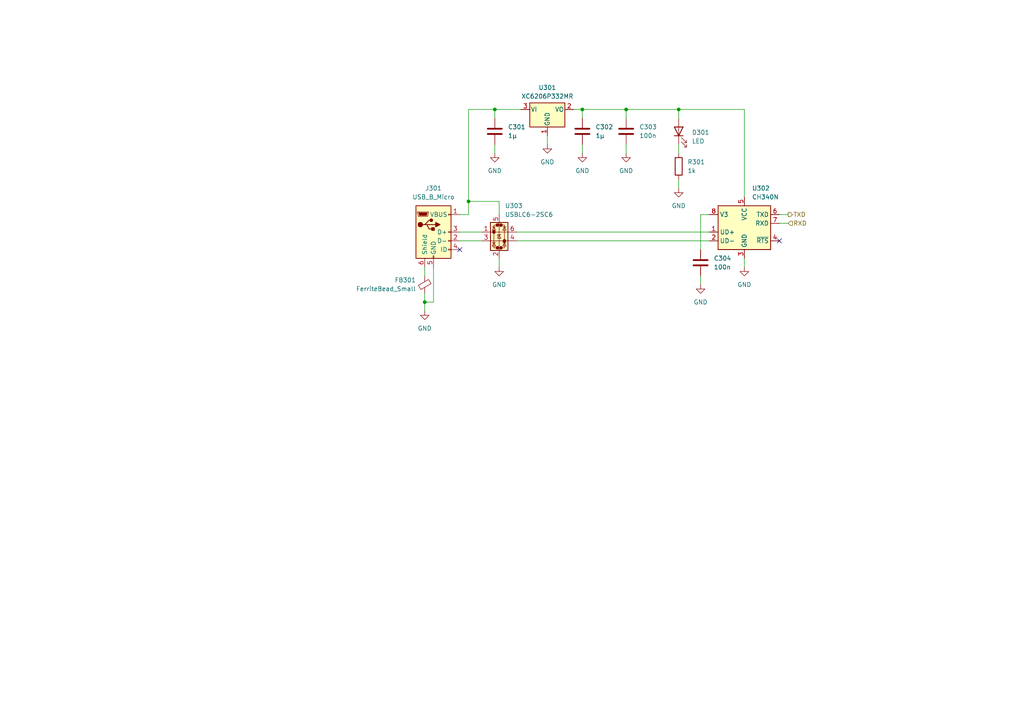
<source format=kicad_sch>
(kicad_sch (version 20231120) (generator "eeschema") (generator_version "8.0")
  (paper "A4")
  (title_block (date "2025-01-22") (rev "v0.1"))
  (lib_symbols
    (symbol "Connector:USB_B_Micro" (pin_names (offset 1.016))
      (property "Reference" "J" (at -5.08 11.43 0))
      (property "Value" "USB_B_Micro" (at -5.08 8.89 0))
      (symbol "USB_B_Micro_0_1"
        (rectangle (start -5.08 -7.62) (end 5.08 7.62) (stroke (width 0.254)) (fill (type background)))
        (circle (center -3.81 2.159) (radius 0.635) (stroke (width 0.254)) (fill (type outline)))
        (circle (center -0.635 3.429) (radius 0.381) (stroke (width 0.254)) (fill (type outline)))
        (rectangle (start -0.127 -7.62) (end 0.127 -6.858))
        (polyline (pts (xy -1.905 2.159) (xy 0.635 2.159)) (stroke (width 0.254)))
        (polyline (pts (xy -3.175 2.159) (xy -2.54 2.159) (xy -1.27 3.429) (xy -0.635 3.429)) (stroke (width 0.254)))
        (polyline (pts (xy -2.54 2.159) (xy -1.905 2.159) (xy -1.27 0.889) (xy 0 0.889)) (stroke (width 0.254)))
        (polyline (pts (xy 0.635 2.794) (xy 0.635 1.524) (xy 1.905 2.159) (xy 0.635 2.794)) (stroke (width 0.254)) (fill (type outline)))
        (polyline (pts (xy -4.318 5.588) (xy -1.778 5.588) (xy -2.032 4.826) (xy -4.064 4.826) (xy -4.318 5.588)) (fill (type outline)))
        (polyline (pts (xy -4.699 5.842) (xy -4.699 5.588) (xy -4.445 4.826) (xy -4.445 4.572) (xy -1.651 4.572) (xy -1.651 4.826) (xy -1.397 5.588) (xy -1.397 5.842) (xy -4.699 5.842)))
        (rectangle (start 0.254 1.27) (end -0.508 0.508) (stroke (width 0.254)) (fill (type outline)))
        (rectangle (start 5.08 -5.207) (end 4.318 -4.953))
        (rectangle (start 5.08 -2.667) (end 4.318 -2.413))
        (rectangle (start 5.08 -0.127) (end 4.318 0.127))
        (rectangle (start 5.08 4.953) (end 4.318 5.207))
      )
      (symbol "USB_B_Micro_1_1"
        (pin power_out line (at 7.62 5.08 180) (length 2.54) (name "VBUS") (number "1"))
        (pin bidirectional line (at 7.62 -2.54 180) (length 2.54) (name "D-") (number "2"))
        (pin bidirectional line (at 7.62 0 180) (length 2.54) (name "D+") (number "3"))
        (pin passive line (at 7.62 -5.08 180) (length 2.54) (name "ID") (number "4"))
        (pin power_out line (at 0 -10.16 90) (length 2.54) (name "GND") (number "5"))
        (pin passive line (at -2.54 -10.16 90) (length 2.54) (name "Shield") (number "6"))
      )
    )
    (symbol "Device:C" (pin_numbers hide) (pin_names (offset 0.254))
      (property "Reference" "C" (at 0.635 2.54 0))
      (property "Value" "C" (at 0.635 -2.54 0))
      (symbol "C_0_1"
        (polyline (pts (xy -2.032 -0.762) (xy 2.032 -0.762)) (stroke (width 0.508)))
        (polyline (pts (xy -2.032 0.762) (xy 2.032 0.762)) (stroke (width 0.508)))
      )
      (symbol "C_1_1"
        (pin passive line (at 0 3.81 270) (length 2.794) (name "~") (number "1"))
        (pin passive line (at 0 -3.81 90) (length 2.794) (name "~") (number "2"))
      )
    )
    (symbol "Device:FerriteBead_Small" (pin_numbers hide) (pin_names (offset 0))
      (property "Reference" "FB" (at 1.905 1.27 0))
      (property "Value" "FerriteBead_Small" (at 1.905 -1.27 0))
      (symbol "FerriteBead_Small_0_1"
        (polyline (pts (xy 0 -1.27) (xy 0 -0.7874)))
        (polyline (pts (xy 0 0.889) (xy 0 1.2954)))
        (polyline (pts (xy -1.8288 0.2794) (xy -1.1176 1.4986) (xy 1.8288 -0.2032) (xy 1.1176 -1.4224) (xy -1.8288 0.2794)))
      )
      (symbol "FerriteBead_Small_1_1"
        (pin passive line (at 0 2.54 270) (length 1.27) (name "~") (number "1"))
        (pin passive line (at 0 -2.54 90) (length 1.27) (name "~") (number "2"))
      )
    )
    (symbol "Device:LED" (pin_numbers hide) (pin_names (offset 1.016) hide)
      (property "Reference" "D" (at 0 2.54 0))
      (property "Value" "LED" (at 0 -2.54 0))
      (symbol "LED_0_1"
        (polyline (pts (xy -1.27 -1.27) (xy -1.27 1.27)) (stroke (width 0.254)))
        (polyline (pts (xy -1.27 0) (xy 1.27 0)))
        (polyline (pts (xy 1.27 -1.27) (xy 1.27 1.27) (xy -1.27 0) (xy 1.27 -1.27)) (stroke (width 0.254)))
        (polyline (pts (xy -3.048 -0.762) (xy -4.572 -2.286) (xy -3.81 -2.286) (xy -4.572 -2.286) (xy -4.572 -1.524)))
        (polyline (pts (xy -1.778 -0.762) (xy -3.302 -2.286) (xy -2.54 -2.286) (xy -3.302 -2.286) (xy -3.302 -1.524)))
      )
      (symbol "LED_1_1"
        (pin passive line (at -3.81 0 0) (length 2.54) (name "K") (number "1"))
        (pin passive line (at 3.81 0 180) (length 2.54) (name "A") (number "2"))
      )
    )
    (symbol "Device:R" (pin_numbers hide) (pin_names (offset 0))
      (property "Reference" "R" (at 2.032 0 90))
      (property "Value" "R" (at 0 0 90))
      (symbol "R_0_1"
        (rectangle (start -1.016 -2.54) (end 1.016 2.54) (stroke (width 0.254)))
      )
      (symbol "R_1_1"
        (pin passive line (at 0 3.81 270) (length 1.27) (name "~") (number "1"))
        (pin passive line (at 0 -3.81 90) (length 1.27) (name "~") (number "2"))
      )
    )
    (symbol "Interface_USB:CH340N"
      (property "Reference" "U" (at -7.62 6.35 0))
      (property "Value" "CH340N" (at 7.62 6.35 0))
      (symbol "CH340N_0_1"
        (rectangle (start -7.62 5.08) (end 7.62 -7.62) (stroke (width 0.254)) (fill (type background)))
      )
      (symbol "CH340N_1_1"
        (pin bidirectional line (at -10.16 -2.54 0) (length 2.54) (name "UD+") (number "1"))
        (pin bidirectional line (at -10.16 -5.08 0) (length 2.54) (name "UD-") (number "2"))
        (pin power_in line (at 0 -10.16 90) (length 2.54) (name "GND") (number "3"))
        (pin output line (at 10.16 -5.08 180) (length 2.54) (name "~{RTS}") (number "4"))
        (pin power_in line (at 0 7.62 270) (length 2.54) (name "VCC") (number "5"))
        (pin output line (at 10.16 2.54 180) (length 2.54) (name "TXD") (number "6"))
        (pin input line (at 10.16 0 180) (length 2.54) (name "RXD") (number "7"))
        (pin passive line (at -10.16 2.54 0) (length 2.54) (name "V3") (number "8"))
      )
    )
    (symbol "Power_Protection:USBLC6-2SC6" (pin_names hide)
      (property "Reference" "U" (at 0.635 5.715 0))
      (property "Value" "USBLC6-2SC6" (at 0.635 3.81 0))
      (symbol "USBLC6-2SC6_0_0"
        (circle (center -1.524 0) (radius 0.0001) (stroke (width 0.508)))
        (circle (center -0.508 -4.572) (radius 0.0001) (stroke (width 0.508)))
        (circle (center -0.508 2.032) (radius 0.0001) (stroke (width 0.508)))
        (circle (center 0.508 -4.572) (radius 0.0001) (stroke (width 0.508)))
        (circle (center 0.508 2.032) (radius 0.0001) (stroke (width 0.508)))
        (circle (center 1.524 -2.54) (radius 0.0001) (stroke (width 0.508)))
      )
      (symbol "USBLC6-2SC6_0_1"
        (polyline (pts (xy -2.54 -2.54) (xy 2.54 -2.54)))
        (polyline (pts (xy -2.54 0) (xy 2.54 0)))
        (polyline (pts (xy -2.032 -3.048) (xy -1.016 -3.048)))
        (polyline (pts (xy -1.016 1.524) (xy -2.032 1.524)))
        (polyline (pts (xy 1.016 -3.048) (xy 2.032 -3.048)))
        (polyline (pts (xy 1.016 1.524) (xy 2.032 1.524)))
        (polyline (pts (xy -0.508 -1.143) (xy -0.508 -0.762) (xy 0.508 -0.762)))
        (polyline (pts (xy -2.032 0.508) (xy -1.016 0.508) (xy -1.524 1.524) (xy -2.032 0.508)))
        (polyline (pts (xy -1.016 -4.064) (xy -2.032 -4.064) (xy -1.524 -3.048) (xy -1.016 -4.064)))
        (polyline (pts (xy 0.508 -1.778) (xy -0.508 -1.778) (xy 0 -0.762) (xy 0.508 -1.778)))
        (polyline (pts (xy 2.032 -4.064) (xy 1.016 -4.064) (xy 1.524 -3.048) (xy 2.032 -4.064)))
        (polyline (pts (xy 2.032 0.508) (xy 1.016 0.508) (xy 1.524 1.524) (xy 2.032 0.508)))
        (polyline (pts (xy 0 2.54) (xy -0.508 2.032) (xy 0.508 2.032) (xy 0 1.524) (xy 0 -4.064) (xy -0.508 -4.572) (xy 0.508 -4.572) (xy 0 -5.08)))
      )
      (symbol "USBLC6-2SC6_1_1"
        (rectangle (start -2.54 2.794) (end 2.54 -5.334) (stroke (width 0.254)) (fill (type background)))
        (polyline (pts (xy -0.508 2.032) (xy -1.524 2.032) (xy -1.524 -4.572) (xy -0.508 -4.572)))
        (polyline (pts (xy 0.508 -4.572) (xy 1.524 -4.572) (xy 1.524 2.032) (xy 0.508 2.032)))
        (pin passive line (at -5.08 0 0) (length 2.54) (name "I/O1") (number "1"))
        (pin passive line (at 0 -7.62 90) (length 2.54) (name "GND") (number "2"))
        (pin passive line (at -5.08 -2.54 0) (length 2.54) (name "I/O2") (number "3"))
        (pin passive line (at 5.08 -2.54 180) (length 2.54) (name "I/O2") (number "4"))
        (pin passive line (at 0 5.08 270) (length 2.54) (name "VBUS") (number "5"))
        (pin passive line (at 5.08 0 180) (length 2.54) (name "I/O1") (number "6"))
      )
    )
    (symbol "Regulator_Linear:XC6206PxxxMR" (pin_names (offset 0.254))
      (property "Reference" "U" (at -3.81 3.175 0))
      (property "Value" "XC6206PxxxMR" (at 0 3.175 0))
      (symbol "XC6206PxxxMR_0_1"
        (rectangle (start -5.08 1.905) (end 5.08 -5.08) (stroke (width 0.254)) (fill (type background)))
      )
      (symbol "XC6206PxxxMR_1_1"
        (pin power_in line (at 0 -7.62 90) (length 2.54) (name "GND") (number "1"))
        (pin power_out line (at 7.62 0 180) (length 2.54) (name "VO") (number "2"))
        (pin power_in line (at -7.62 0 0) (length 2.54) (name "VI") (number "3"))
      )
    )
    (symbol "power:GND" (power) (pin_numbers hide) (pin_names (offset 0) hide)
      (property "Value" "GND" (at 0 -3.81 0))
      (symbol "GND_0_1"
        (polyline (pts (xy 0 0) (xy 0 -1.27) (xy 1.27 -1.27) (xy 0 -2.54) (xy -1.27 -1.27) (xy 0 -1.27)))
      )
      (symbol "GND_1_1"
        (pin power_in line (at 0 0 270) (length 0) (name "~") (number "1"))
      )
    )
  )
  (junction (at 181.61 31.75))
  (junction (at 143.51 31.75))
  (junction (at 168.91 31.75))
  (junction (at 123.19 87.63))
  (junction (at 135.89 58.42))
  (junction (at 196.85 31.75))
  (no_connect (at 133.35 72.39))
  (no_connect (at 226.06 69.85))
  (wire (pts (xy 205.74 62.23) (xy 203.2 62.23)))
  (wire (pts (xy 125.73 77.47) (xy 125.73 87.63)))
  (wire (pts (xy 196.85 31.75) (xy 181.61 31.75)))
  (wire (pts (xy 168.91 41.91) (xy 168.91 44.45)))
  (wire (pts (xy 125.73 87.63) (xy 123.19 87.63)))
  (wire (pts (xy 123.19 77.47) (xy 123.19 80.01)))
  (wire (pts (xy 135.89 62.23) (xy 135.89 58.42)))
  (wire (pts (xy 123.19 87.63) (xy 123.19 90.17)))
  (wire (pts (xy 196.85 41.91) (xy 196.85 44.45)))
  (wire (pts (xy 181.61 41.91) (xy 181.61 44.45)))
  (wire (pts (xy 166.37 31.75) (xy 168.91 31.75)))
  (wire (pts (xy 181.61 34.29) (xy 181.61 31.75)))
  (wire (pts (xy 196.85 34.29) (xy 196.85 31.75)))
  (wire (pts (xy 203.2 80.01) (xy 203.2 82.55)))
  (wire (pts (xy 133.35 69.85) (xy 139.7 69.85)))
  (wire (pts (xy 143.51 41.91) (xy 143.51 44.45)))
  (wire (pts (xy 144.78 58.42) (xy 135.89 58.42)))
  (wire (pts (xy 149.86 67.31) (xy 205.74 67.31)))
  (wire (pts (xy 149.86 69.85) (xy 205.74 69.85)))
  (wire (pts (xy 123.19 85.09) (xy 123.19 87.63)))
  (wire (pts (xy 215.9 74.93) (xy 215.9 77.47)))
  (wire (pts (xy 215.9 31.75) (xy 196.85 31.75)))
  (wire (pts (xy 196.85 52.07) (xy 196.85 54.61)))
  (wire (pts (xy 133.35 67.31) (xy 139.7 67.31)))
  (wire (pts (xy 151.13 31.75) (xy 143.51 31.75)))
  (wire (pts (xy 168.91 31.75) (xy 168.91 34.29)))
  (wire (pts (xy 181.61 31.75) (xy 168.91 31.75)))
  (wire (pts (xy 144.78 62.23) (xy 144.78 58.42)))
  (wire (pts (xy 135.89 31.75) (xy 143.51 31.75)))
  (wire (pts (xy 226.06 64.77) (xy 228.6 64.77)))
  (wire (pts (xy 133.35 62.23) (xy 135.89 62.23)))
  (wire (pts (xy 135.89 58.42) (xy 135.89 31.75)))
  (wire (pts (xy 143.51 31.75) (xy 143.51 34.29)))
  (wire (pts (xy 158.75 39.37) (xy 158.75 41.91)))
  (wire (pts (xy 226.06 62.23) (xy 228.6 62.23)))
  (wire (pts (xy 144.78 74.93) (xy 144.78 77.47)))
  (wire (pts (xy 215.9 57.15) (xy 215.9 31.75)))
  (wire (pts (xy 203.2 62.23) (xy 203.2 72.39)))
  (hierarchical_label "RXD" (shape input) (at 228.6 64.77 0))
  (hierarchical_label "TXD" (shape output) (at 228.6 62.23 0))
  (symbol (lib_id "power:GND") (at 123.19 90.17 0) (unit 1)
    (property "Reference" "#PWR0309" (effects (hide yes)))
    (property "Value" "GND" (at 123.19 95.25 0))
    (property "Description" "Power symbol creates a global label with name \"GND\" , ground" (effects (hide yes)))
  )
  (symbol (lib_id "Power_Protection:USBLC6-2SC6") (at 144.78 67.31 0) (unit 1)
    (property "Reference" "U303" (at 146.4311 59.69 0) (effects (justify left)))
    (property "Value" "USBLC6-2SC6" (at 146.4311 62.23 0) (effects (justify left)))
    (property "Footprint" "Package_TO_SOT_SMD:SOT-23-6" (effects (hide yes)))
    (property "Datasheet" "https://www.st.com/resource/en/datasheet/usblc6-2.pdf" (effects (hide yes)))
    (property "Description" "Very low capacitance ESD protection diode, 2 data-line, SOT-23-6" (effects (hide yes)))
  )
  (symbol (lib_id "power:GND") (at 203.2 82.55 0) (unit 1)
    (property "Reference" "#PWR0308" (effects (hide yes)))
    (property "Value" "GND" (at 203.2 87.63 0))
    (property "Description" "Power symbol creates a global label with name \"GND\" , ground" (effects (hide yes)))
  )
  (symbol (lib_id "power:GND") (at 196.85 54.61 0) (unit 1)
    (property "Reference" "#PWR0305" (effects (hide yes)))
    (property "Value" "GND" (at 196.85 59.69 0))
    (property "Description" "Power symbol creates a global label with name \"GND\" , ground" (effects (hide yes)))
  )
  (symbol (lib_id "Device:C") (at 168.91 38.1 0) (unit 1)
    (property "Reference" "C302" (at 172.72 36.8299 0) (effects (justify left)))
    (property "Value" "1µ" (at 172.72 39.3699 0) (effects (justify left)))
    (property "Description" "Unpolarized capacitor" (effects (hide yes)))
  )
  (symbol (lib_id "power:GND") (at 144.78 77.47 0) (unit 1)
    (property "Reference" "#PWR0306" (effects (hide yes)))
    (property "Value" "GND" (at 144.78 82.55 0))
    (property "Description" "Power symbol creates a global label with name \"GND\" , ground" (effects (hide yes)))
  )
  (symbol (lib_id "power:GND") (at 143.51 44.45 0) (unit 1)
    (property "Reference" "#PWR0302" (effects (hide yes)))
    (property "Value" "GND" (at 143.51 49.53 0))
    (property "Description" "Power symbol creates a global label with name \"GND\" , ground" (effects (hide yes)))
  )
  (symbol (lib_id "power:GND") (at 158.75 41.91 0) (unit 1)
    (property "Reference" "#PWR0301" (effects (hide yes)))
    (property "Value" "GND" (at 158.75 46.99 0))
    (property "Description" "Power symbol creates a global label with name \"GND\" , ground" (effects (hide yes)))
  )
  (symbol (lib_id "Device:R") (at 196.85 48.26 180) (unit 1)
    (property "Reference" "R301" (at 199.39 46.9899 0) (effects (justify right)))
    (property "Value" "1k" (at 199.39 49.5299 0) (effects (justify right)))
    (property "Description" "Resistor" (effects (hide yes)))
  )
  (symbol (lib_id "Device:C") (at 203.2 76.2 0) (unit 1)
    (property "Reference" "C304" (at 207.01 74.9299 0) (effects (justify left)))
    (property "Value" "100n" (at 207.01 77.4699 0) (effects (justify left)))
    (property "Description" "Unpolarized capacitor" (effects (hide yes)))
  )
  (symbol (lib_id "power:GND") (at 168.91 44.45 0) (unit 1)
    (property "Reference" "#PWR0303" (effects (hide yes)))
    (property "Value" "GND" (at 168.91 49.53 0))
    (property "Description" "Power symbol creates a global label with name \"GND\" , ground" (effects (hide yes)))
  )
  (symbol (lib_id "Interface_USB:CH340N") (at 215.9 64.77 0) (unit 1)
    (property "Reference" "U302" (at 218.0941 54.61 0) (effects (justify left)))
    (property "Value" "CH340N" (at 218.0941 57.15 0) (effects (justify left)))
    (property "Footprint" "Package_SO:SOP-8_3.9x4.9mm_P1.27mm" (effects (hide yes)))
    (property "Datasheet" "https://aitendo3.sakura.ne.jp/aitendo_data/product_img/ic/inteface/CH340N/ch340n.pdf" (effects (hide yes)))
    (property "Description" "USB serial converter, 2Mbps, UART, SOP-8" (effects (hide yes)))
  )
  (symbol (lib_id "Connector:USB_B_Micro") (at 125.73 67.31 0) (unit 1)
    (property "Reference" "J301" (at 125.73 54.61 0))
    (property "Value" "USB_B_Micro" (at 125.73 57.15 0))
    (property "Description" "USB Micro Type B connector" (effects (hide yes)))
  )
  (symbol (lib_id "Device:LED") (at 196.85 38.1 90) (unit 1)
    (property "Reference" "D301" (at 200.66 38.4174 90) (effects (justify right)))
    (property "Value" "LED" (at 200.66 40.9574 90) (effects (justify right)))
    (property "Description" "Light emitting diode" (effects (hide yes)))
  )
  (symbol (lib_id "power:GND") (at 215.9 77.47 0) (unit 1)
    (property "Reference" "#PWR0307" (effects (hide yes)))
    (property "Value" "GND" (at 215.9 82.55 0))
    (property "Description" "Power symbol creates a global label with name \"GND\" , ground" (effects (hide yes)))
  )
  (symbol (lib_id "Device:C") (at 181.61 38.1 0) (unit 1)
    (property "Reference" "C303" (at 185.42 36.8299 0) (effects (justify left)))
    (property "Value" "100n" (at 185.42 39.3699 0) (effects (justify left)))
    (property "Description" "Unpolarized capacitor" (effects (hide yes)))
  )
  (symbol (lib_id "Device:FerriteBead_Small") (at 123.19 82.55 0) (mirror y) (unit 1)
    (property "Reference" "FB301" (at 120.65 81.2418 0) (effects (justify left)))
    (property "Value" "FerriteBead_Small" (at 120.65 83.7818 0) (effects (justify left)))
    (property "Description" "Ferrite bead, small symbol" (effects (hide yes)))
  )
  (symbol (lib_id "Regulator_Linear:XC6206PxxxMR") (at 158.75 31.75 0) (unit 1)
    (property "Reference" "U301" (at 158.75 25.4 0))
    (property "Value" "XC6206P332MR" (at 158.75 27.94 0))
    (property "Footprint" "Package_TO_SOT_SMD:SOT-23-3" (effects (hide yes)))
    (property "Datasheet" "https://www.torexsemi.com/file/xc6206/XC6206.pdf" (effects (hide yes)))
    (property "Description" "Positive 60-250mA Low Dropout Regulator, Fixed Output, SOT-23" (effects (hide yes)))
  )
  (symbol (lib_id "Device:C") (at 143.51 38.1 0) (unit 1)
    (property "Reference" "C301" (at 147.32 36.8299 0) (effects (justify left)))
    (property "Value" "1µ" (at 147.32 39.3699 0) (effects (justify left)))
    (property "Description" "Unpolarized capacitor" (effects (hide yes)))
  )
  (symbol (lib_id "power:GND") (at 181.61 44.45 0) (unit 1)
    (property "Reference" "#PWR0304" (effects (hide yes)))
    (property "Value" "GND" (at 181.61 49.53 0))
    (property "Description" "Power symbol creates a global label with name \"GND\" , ground" (effects (hide yes)))
  )
)
</source>
